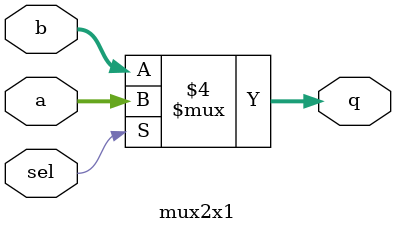
<source format=v>
module mux2x1
(
	a,
	b,
	sel,
	q
);
	input [6:0]a, b;
	input sel;
	output reg [6:0] q;
	
	
	always @(a or b or sel)
	begin
		if (sel==1'b1)
			q <= a;
		else
			q <= b;
	
	end
	
	   

endmodule 
</source>
